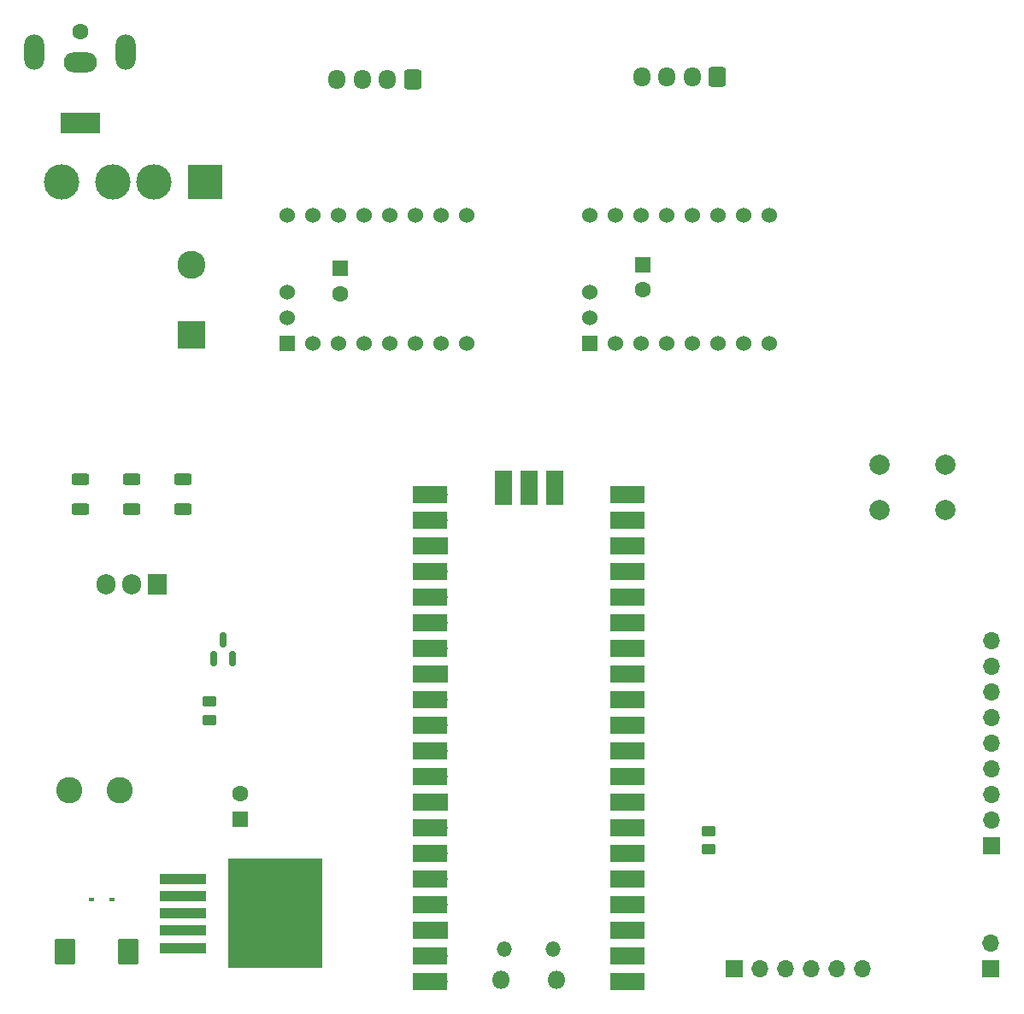
<source format=gbr>
%TF.GenerationSoftware,KiCad,Pcbnew,6.0.9-8da3e8f707~117~ubuntu22.04.1*%
%TF.CreationDate,2022-11-25T15:55:34-05:00*%
%TF.ProjectId,can-crusher,63616e2d-6372-4757-9368-65722e6b6963,2*%
%TF.SameCoordinates,Original*%
%TF.FileFunction,Soldermask,Top*%
%TF.FilePolarity,Negative*%
%FSLAX46Y46*%
G04 Gerber Fmt 4.6, Leading zero omitted, Abs format (unit mm)*
G04 Created by KiCad (PCBNEW 6.0.9-8da3e8f707~117~ubuntu22.04.1) date 2022-11-25 15:55:34*
%MOMM*%
%LPD*%
G01*
G04 APERTURE LIST*
G04 Aperture macros list*
%AMRoundRect*
0 Rectangle with rounded corners*
0 $1 Rounding radius*
0 $2 $3 $4 $5 $6 $7 $8 $9 X,Y pos of 4 corners*
0 Add a 4 corners polygon primitive as box body*
4,1,4,$2,$3,$4,$5,$6,$7,$8,$9,$2,$3,0*
0 Add four circle primitives for the rounded corners*
1,1,$1+$1,$2,$3*
1,1,$1+$1,$4,$5*
1,1,$1+$1,$6,$7*
1,1,$1+$1,$8,$9*
0 Add four rect primitives between the rounded corners*
20,1,$1+$1,$2,$3,$4,$5,0*
20,1,$1+$1,$4,$5,$6,$7,0*
20,1,$1+$1,$6,$7,$8,$9,0*
20,1,$1+$1,$8,$9,$2,$3,0*%
G04 Aperture macros list end*
%ADD10R,3.500000X3.500000*%
%ADD11C,3.500000*%
%ADD12R,1.600000X1.600000*%
%ADD13C,1.600000*%
%ADD14R,1.905000X2.000000*%
%ADD15O,1.905000X2.000000*%
%ADD16RoundRect,0.250000X0.450000X-0.262500X0.450000X0.262500X-0.450000X0.262500X-0.450000X-0.262500X0*%
%ADD17RoundRect,0.250000X-0.625000X0.312500X-0.625000X-0.312500X0.625000X-0.312500X0.625000X0.312500X0*%
%ADD18RoundRect,0.250000X0.600000X0.725000X-0.600000X0.725000X-0.600000X-0.725000X0.600000X-0.725000X0*%
%ADD19O,1.700000X1.950000*%
%ADD20R,1.524000X1.524000*%
%ADD21C,1.524000*%
%ADD22R,4.600000X1.100000*%
%ADD23R,9.400000X10.800000*%
%ADD24RoundRect,0.150000X0.150000X-0.587500X0.150000X0.587500X-0.150000X0.587500X-0.150000X-0.587500X0*%
%ADD25RoundRect,0.250000X0.625000X-0.312500X0.625000X0.312500X-0.625000X0.312500X-0.625000X-0.312500X0*%
%ADD26R,1.700000X1.700000*%
%ADD27O,1.700000X1.700000*%
%ADD28R,0.600000X0.450000*%
%ADD29RoundRect,0.250000X0.787500X1.025000X-0.787500X1.025000X-0.787500X-1.025000X0.787500X-1.025000X0*%
%ADD30C,2.775000*%
%ADD31R,2.775000X2.775000*%
%ADD32O,1.800000X1.800000*%
%ADD33O,1.500000X1.500000*%
%ADD34R,3.500000X1.700000*%
%ADD35R,1.700000X3.500000*%
%ADD36R,4.000000X2.000000*%
%ADD37O,3.300000X2.000000*%
%ADD38O,2.000000X3.500000*%
%ADD39C,2.000000*%
%ADD40RoundRect,0.250000X-0.450000X0.262500X-0.450000X-0.262500X0.450000X-0.262500X0.450000X0.262500X0*%
%ADD41C,2.600000*%
G04 APERTURE END LIST*
D10*
%TO.C,X1*%
X115292500Y-69331000D03*
D11*
X106152500Y-69331000D03*
X110212500Y-69331000D03*
X101072500Y-69331000D03*
%TD*%
D12*
%TO.C,C2*%
X128651000Y-77938621D03*
D13*
X128651000Y-80438621D03*
%TD*%
D14*
%TO.C,Q1*%
X110490000Y-109220000D03*
D15*
X107950000Y-109220000D03*
X105410000Y-109220000D03*
%TD*%
D16*
%TO.C,R1*%
X165100000Y-135532500D03*
X165100000Y-133707500D03*
%TD*%
D17*
%TO.C,R5*%
X107950000Y-98867500D03*
X107950000Y-101792500D03*
%TD*%
D18*
%TO.C,J1*%
X166000000Y-58945000D03*
D19*
X163500000Y-58945000D03*
X161000000Y-58945000D03*
X158500000Y-58945000D03*
%TD*%
D20*
%TO.C,U1*%
X153362500Y-85350000D03*
D21*
X155902500Y-85350000D03*
X158442500Y-85350000D03*
X160982500Y-85350000D03*
X163522500Y-85350000D03*
X166062500Y-85350000D03*
X168602500Y-85350000D03*
X171142500Y-85350000D03*
X171142500Y-72650000D03*
X168602500Y-72650000D03*
X166062500Y-72650000D03*
X163522500Y-72650000D03*
X160982500Y-72650000D03*
X158442500Y-72650000D03*
X155902500Y-72650000D03*
X153362500Y-72650000D03*
X153362500Y-80270000D03*
X153362500Y-82810000D03*
%TD*%
D22*
%TO.C,U4*%
X113036000Y-138478000D03*
X113036000Y-140178000D03*
X113036000Y-141878000D03*
D23*
X122186000Y-141878000D03*
D22*
X113036000Y-143578000D03*
X113036000Y-145278000D03*
%TD*%
D24*
%TO.C,Q2*%
X116095500Y-116634500D03*
X117995500Y-116634500D03*
X117045500Y-114759500D03*
%TD*%
D25*
%TO.C,R7*%
X102870000Y-101792500D03*
X102870000Y-98867500D03*
%TD*%
D26*
%TO.C,J2*%
X167640000Y-147320000D03*
D27*
X170180000Y-147320000D03*
X172720000Y-147320000D03*
X175260000Y-147320000D03*
X177800000Y-147320000D03*
X180340000Y-147320000D03*
%TD*%
D28*
%TO.C,D1*%
X106079000Y-140462000D03*
X103979000Y-140462000D03*
%TD*%
D29*
%TO.C,C4*%
X107633500Y-145669000D03*
X101408500Y-145669000D03*
%TD*%
D30*
%TO.C,SW3*%
X113896500Y-77553750D03*
D31*
X113896500Y-84553750D03*
%TD*%
D26*
%TO.C,J6*%
X193167000Y-135128000D03*
D27*
X193167000Y-132588000D03*
X193167000Y-130048000D03*
X193167000Y-127508000D03*
X193167000Y-124968000D03*
X193167000Y-122428000D03*
X193167000Y-119888000D03*
X193167000Y-117348000D03*
X193167000Y-114808000D03*
%TD*%
D32*
%TO.C,U2*%
X150045000Y-148460000D03*
D33*
X149745000Y-145430000D03*
D32*
X144595000Y-148460000D03*
D33*
X144895000Y-145430000D03*
D27*
X156210000Y-148590000D03*
D34*
X157110000Y-148590000D03*
X157110000Y-146050000D03*
D27*
X156210000Y-146050000D03*
D34*
X157110000Y-143510000D03*
D26*
X156210000Y-143510000D03*
D34*
X157110000Y-140970000D03*
D27*
X156210000Y-140970000D03*
X156210000Y-138430000D03*
D34*
X157110000Y-138430000D03*
X157110000Y-135890000D03*
D27*
X156210000Y-135890000D03*
D34*
X157110000Y-133350000D03*
D27*
X156210000Y-133350000D03*
D34*
X157110000Y-130810000D03*
D26*
X156210000Y-130810000D03*
D34*
X157110000Y-128270000D03*
D27*
X156210000Y-128270000D03*
D34*
X157110000Y-125730000D03*
D27*
X156210000Y-125730000D03*
X156210000Y-123190000D03*
D34*
X157110000Y-123190000D03*
D27*
X156210000Y-120650000D03*
D34*
X157110000Y-120650000D03*
D26*
X156210000Y-118110000D03*
D34*
X157110000Y-118110000D03*
X157110000Y-115570000D03*
D27*
X156210000Y-115570000D03*
X156210000Y-113030000D03*
D34*
X157110000Y-113030000D03*
X157110000Y-110490000D03*
D27*
X156210000Y-110490000D03*
D34*
X157110000Y-107950000D03*
D27*
X156210000Y-107950000D03*
D34*
X157110000Y-105410000D03*
D26*
X156210000Y-105410000D03*
D34*
X157110000Y-102870000D03*
D27*
X156210000Y-102870000D03*
D34*
X157110000Y-100330000D03*
D27*
X156210000Y-100330000D03*
X138430000Y-100330000D03*
D34*
X137530000Y-100330000D03*
D27*
X138430000Y-102870000D03*
D34*
X137530000Y-102870000D03*
D26*
X138430000Y-105410000D03*
D34*
X137530000Y-105410000D03*
X137530000Y-107950000D03*
D27*
X138430000Y-107950000D03*
D34*
X137530000Y-110490000D03*
D27*
X138430000Y-110490000D03*
X138430000Y-113030000D03*
D34*
X137530000Y-113030000D03*
X137530000Y-115570000D03*
D27*
X138430000Y-115570000D03*
D26*
X138430000Y-118110000D03*
D34*
X137530000Y-118110000D03*
D27*
X138430000Y-120650000D03*
D34*
X137530000Y-120650000D03*
X137530000Y-123190000D03*
D27*
X138430000Y-123190000D03*
X138430000Y-125730000D03*
D34*
X137530000Y-125730000D03*
X137530000Y-128270000D03*
D27*
X138430000Y-128270000D03*
D26*
X138430000Y-130810000D03*
D34*
X137530000Y-130810000D03*
D27*
X138430000Y-133350000D03*
D34*
X137530000Y-133350000D03*
D27*
X138430000Y-135890000D03*
D34*
X137530000Y-135890000D03*
D27*
X138430000Y-138430000D03*
D34*
X137530000Y-138430000D03*
D27*
X138430000Y-140970000D03*
D34*
X137530000Y-140970000D03*
X137530000Y-143510000D03*
D26*
X138430000Y-143510000D03*
D34*
X137530000Y-146050000D03*
D27*
X138430000Y-146050000D03*
D34*
X137530000Y-148590000D03*
D27*
X138430000Y-148590000D03*
X149860000Y-100560000D03*
D35*
X149860000Y-99660000D03*
X147320000Y-99660000D03*
D26*
X147320000Y-100560000D03*
D27*
X144780000Y-100560000D03*
D35*
X144780000Y-99660000D03*
%TD*%
D13*
%TO.C,J5*%
X102870000Y-54500000D03*
D36*
X102870000Y-63500000D03*
D37*
X102870000Y-57500000D03*
D38*
X107370000Y-56500000D03*
X98370000Y-56500000D03*
%TD*%
D17*
%TO.C,R6*%
X113030000Y-98867500D03*
X113030000Y-101792500D03*
%TD*%
D18*
%TO.C,J4*%
X135830000Y-59199000D03*
D19*
X133330000Y-59199000D03*
X130830000Y-59199000D03*
X128330000Y-59199000D03*
%TD*%
D20*
%TO.C,U3*%
X123362500Y-85350000D03*
D21*
X125902500Y-85350000D03*
X128442500Y-85350000D03*
X130982500Y-85350000D03*
X133522500Y-85350000D03*
X136062500Y-85350000D03*
X138602500Y-85350000D03*
X141142500Y-85350000D03*
X141142500Y-72650000D03*
X138602500Y-72650000D03*
X136062500Y-72650000D03*
X133522500Y-72650000D03*
X130982500Y-72650000D03*
X128442500Y-72650000D03*
X125902500Y-72650000D03*
X123362500Y-72650000D03*
X123362500Y-80270000D03*
X123362500Y-82810000D03*
%TD*%
D12*
%TO.C,C3*%
X118745000Y-132500380D03*
D13*
X118745000Y-130000380D03*
%TD*%
D39*
%TO.C,SW1*%
X182095000Y-97409000D03*
X188595000Y-97409000D03*
X182095000Y-101909000D03*
X188595000Y-101909000D03*
%TD*%
D26*
%TO.C,J3*%
X193040000Y-147320000D03*
D27*
X193040000Y-144780000D03*
%TD*%
D40*
%TO.C,R8*%
X115697000Y-120857000D03*
X115697000Y-122682000D03*
%TD*%
D12*
%TO.C,C1*%
X158623000Y-77557621D03*
D13*
X158623000Y-80057621D03*
%TD*%
D41*
%TO.C,L1*%
X106807000Y-129667000D03*
X101807000Y-129667000D03*
%TD*%
M02*

</source>
